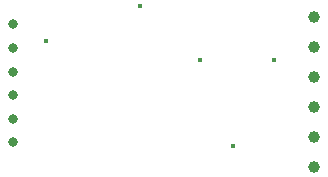
<source format=gbr>
%TF.GenerationSoftware,KiCad,Pcbnew,7.0.6-1.fc38*%
%TF.CreationDate,2023-08-14T18:08:23+02:00*%
%TF.ProjectId,ESP12F_PROGRAMMER,45535031-3246-45f5-9052-4f4752414d4d,rev?*%
%TF.SameCoordinates,Original*%
%TF.FileFunction,Plated,1,2,PTH,Drill*%
%TF.FilePolarity,Positive*%
%FSLAX46Y46*%
G04 Gerber Fmt 4.6, Leading zero omitted, Abs format (unit mm)*
G04 Created by KiCad (PCBNEW 7.0.6-1.fc38) date 2023-08-14 18:08:23*
%MOMM*%
%LPD*%
G01*
G04 APERTURE LIST*
%TA.AperFunction,ViaDrill*%
%ADD10C,0.400000*%
%TD*%
%TA.AperFunction,ComponentDrill*%
%ADD11C,0.800000*%
%TD*%
%TA.AperFunction,ComponentDrill*%
%ADD12C,1.000000*%
%TD*%
G04 APERTURE END LIST*
D10*
X118110000Y-93472000D03*
X126111000Y-90551000D03*
X131191000Y-95123000D03*
X133985000Y-102362000D03*
X137414000Y-95123000D03*
D11*
%TO.C,J1*%
X115316000Y-92075000D03*
X115316000Y-94075000D03*
X115316000Y-96075000D03*
X115316000Y-98075000D03*
X115316000Y-100075000D03*
X115316000Y-102075000D03*
D12*
%TO.C,J2*%
X140843000Y-91440000D03*
X140843000Y-93980000D03*
X140843000Y-96520000D03*
X140843000Y-99060000D03*
X140843000Y-101600000D03*
X140843000Y-104140000D03*
M02*

</source>
